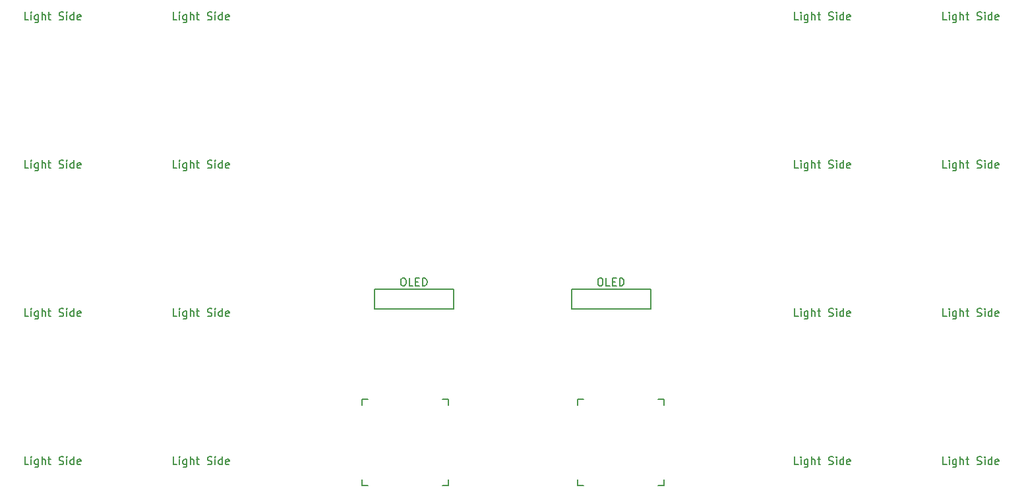
<source format=gbr>
G04 #@! TF.GenerationSoftware,KiCad,Pcbnew,(5.1.12)-1*
G04 #@! TF.CreationDate,2022-04-06T18:15:02+09:00*
G04 #@! TF.ProjectId,chervil8or,63686572-7669-46c3-986f-722e6b696361,rev?*
G04 #@! TF.SameCoordinates,Original*
G04 #@! TF.FileFunction,Legend,Top*
G04 #@! TF.FilePolarity,Positive*
%FSLAX46Y46*%
G04 Gerber Fmt 4.6, Leading zero omitted, Abs format (unit mm)*
G04 Created by KiCad (PCBNEW (5.1.12)-1) date 2022-04-06 18:15:02*
%MOMM*%
%LPD*%
G01*
G04 APERTURE LIST*
%ADD10C,0.150000*%
G04 APERTURE END LIST*
D10*
X77688200Y-42068750D02*
X78481950Y-42068750D01*
X78481950Y-42068750D02*
X78481950Y-42862500D01*
X77688200Y-53181250D02*
X78481950Y-53181250D01*
X78481950Y-53181250D02*
X78481950Y-52387500D01*
X68163200Y-42068750D02*
X67369450Y-42068750D01*
X67369450Y-42068750D02*
X67369450Y-42862500D01*
X67369450Y-52387500D02*
X67369450Y-53181250D01*
X67369450Y-53181250D02*
X68163200Y-53181250D01*
X40481300Y-53181250D02*
X39687550Y-53181250D01*
X39687550Y-53181250D02*
X39687550Y-52387500D01*
X40481300Y-42068750D02*
X39687550Y-42068750D01*
X39687550Y-42068750D02*
X39687550Y-42862500D01*
X50006300Y-53181250D02*
X50800050Y-53181250D01*
X50800050Y-53181250D02*
X50800050Y-52387500D01*
X50800050Y-42862500D02*
X50800050Y-42068750D01*
X50800050Y-42068750D02*
X50006300Y-42068750D01*
X66595600Y-30440300D02*
X66595600Y-27900300D01*
X76755600Y-27900300D02*
X76755600Y-30440300D01*
X66595600Y-27900300D02*
X76755600Y-27900300D01*
X66595600Y-30440300D02*
X76755600Y-30440300D01*
X41294800Y-30440300D02*
X41294800Y-27900300D01*
X51454800Y-27900300D02*
X51454800Y-30440300D01*
X41294800Y-27900300D02*
X51454800Y-27900300D01*
X41294800Y-30440300D02*
X51454800Y-30440300D01*
X70213219Y-26522680D02*
X70403695Y-26522680D01*
X70498933Y-26570300D01*
X70594171Y-26665538D01*
X70641790Y-26856014D01*
X70641790Y-27189347D01*
X70594171Y-27379823D01*
X70498933Y-27475061D01*
X70403695Y-27522680D01*
X70213219Y-27522680D01*
X70117980Y-27475061D01*
X70022742Y-27379823D01*
X69975123Y-27189347D01*
X69975123Y-26856014D01*
X70022742Y-26665538D01*
X70117980Y-26570300D01*
X70213219Y-26522680D01*
X71546552Y-27522680D02*
X71070361Y-27522680D01*
X71070361Y-26522680D01*
X71879885Y-26998871D02*
X72213219Y-26998871D01*
X72356076Y-27522680D02*
X71879885Y-27522680D01*
X71879885Y-26522680D01*
X72356076Y-26522680D01*
X72784647Y-27522680D02*
X72784647Y-26522680D01*
X73022742Y-26522680D01*
X73165600Y-26570300D01*
X73260838Y-26665538D01*
X73308457Y-26760776D01*
X73356076Y-26951252D01*
X73356076Y-27094109D01*
X73308457Y-27284585D01*
X73260838Y-27379823D01*
X73165600Y-27475061D01*
X73022742Y-27522680D01*
X72784647Y-27522680D01*
X44912419Y-26522680D02*
X45102895Y-26522680D01*
X45198133Y-26570300D01*
X45293371Y-26665538D01*
X45340990Y-26856014D01*
X45340990Y-27189347D01*
X45293371Y-27379823D01*
X45198133Y-27475061D01*
X45102895Y-27522680D01*
X44912419Y-27522680D01*
X44817180Y-27475061D01*
X44721942Y-27379823D01*
X44674323Y-27189347D01*
X44674323Y-26856014D01*
X44721942Y-26665538D01*
X44817180Y-26570300D01*
X44912419Y-26522680D01*
X46245752Y-27522680D02*
X45769561Y-27522680D01*
X45769561Y-26522680D01*
X46579085Y-26998871D02*
X46912419Y-26998871D01*
X47055276Y-27522680D02*
X46579085Y-27522680D01*
X46579085Y-26522680D01*
X47055276Y-26522680D01*
X47483847Y-27522680D02*
X47483847Y-26522680D01*
X47721942Y-26522680D01*
X47864800Y-26570300D01*
X47960038Y-26665538D01*
X48007657Y-26760776D01*
X48055276Y-26951252D01*
X48055276Y-27094109D01*
X48007657Y-27284585D01*
X47960038Y-27379823D01*
X47864800Y-27475061D01*
X47721942Y-27522680D01*
X47483847Y-27522680D01*
X95726661Y6660119D02*
X95250471Y6660119D01*
X95250471Y7660119D01*
X96059995Y6660119D02*
X96059995Y7326785D01*
X96059995Y7660119D02*
X96012376Y7612500D01*
X96059995Y7564880D01*
X96107614Y7612500D01*
X96059995Y7660119D01*
X96059995Y7564880D01*
X96964757Y7326785D02*
X96964757Y6517261D01*
X96917138Y6422023D01*
X96869519Y6374404D01*
X96774280Y6326785D01*
X96631423Y6326785D01*
X96536185Y6374404D01*
X96964757Y6707738D02*
X96869519Y6660119D01*
X96679042Y6660119D01*
X96583804Y6707738D01*
X96536185Y6755357D01*
X96488566Y6850595D01*
X96488566Y7136309D01*
X96536185Y7231547D01*
X96583804Y7279166D01*
X96679042Y7326785D01*
X96869519Y7326785D01*
X96964757Y7279166D01*
X97440947Y6660119D02*
X97440947Y7660119D01*
X97869519Y6660119D02*
X97869519Y7183928D01*
X97821900Y7279166D01*
X97726661Y7326785D01*
X97583804Y7326785D01*
X97488566Y7279166D01*
X97440947Y7231547D01*
X98202852Y7326785D02*
X98583804Y7326785D01*
X98345709Y7660119D02*
X98345709Y6802976D01*
X98393328Y6707738D01*
X98488566Y6660119D01*
X98583804Y6660119D01*
X99631423Y6707738D02*
X99774280Y6660119D01*
X100012376Y6660119D01*
X100107614Y6707738D01*
X100155233Y6755357D01*
X100202852Y6850595D01*
X100202852Y6945833D01*
X100155233Y7041071D01*
X100107614Y7088690D01*
X100012376Y7136309D01*
X99821900Y7183928D01*
X99726661Y7231547D01*
X99679042Y7279166D01*
X99631423Y7374404D01*
X99631423Y7469642D01*
X99679042Y7564880D01*
X99726661Y7612500D01*
X99821900Y7660119D01*
X100059995Y7660119D01*
X100202852Y7612500D01*
X100631423Y6660119D02*
X100631423Y7326785D01*
X100631423Y7660119D02*
X100583804Y7612500D01*
X100631423Y7564880D01*
X100679042Y7612500D01*
X100631423Y7660119D01*
X100631423Y7564880D01*
X101536185Y6660119D02*
X101536185Y7660119D01*
X101536185Y6707738D02*
X101440947Y6660119D01*
X101250471Y6660119D01*
X101155233Y6707738D01*
X101107614Y6755357D01*
X101059995Y6850595D01*
X101059995Y7136309D01*
X101107614Y7231547D01*
X101155233Y7279166D01*
X101250471Y7326785D01*
X101440947Y7326785D01*
X101536185Y7279166D01*
X102393328Y6707738D02*
X102298090Y6660119D01*
X102107614Y6660119D01*
X102012376Y6707738D01*
X101964757Y6802976D01*
X101964757Y7183928D01*
X102012376Y7279166D01*
X102107614Y7326785D01*
X102298090Y7326785D01*
X102393328Y7279166D01*
X102440947Y7183928D01*
X102440947Y7088690D01*
X101964757Y6993452D01*
X95726661Y-12389880D02*
X95250471Y-12389880D01*
X95250471Y-11389880D01*
X96059995Y-12389880D02*
X96059995Y-11723214D01*
X96059995Y-11389880D02*
X96012376Y-11437500D01*
X96059995Y-11485119D01*
X96107614Y-11437500D01*
X96059995Y-11389880D01*
X96059995Y-11485119D01*
X96964757Y-11723214D02*
X96964757Y-12532738D01*
X96917138Y-12627976D01*
X96869519Y-12675595D01*
X96774280Y-12723214D01*
X96631423Y-12723214D01*
X96536185Y-12675595D01*
X96964757Y-12342261D02*
X96869519Y-12389880D01*
X96679042Y-12389880D01*
X96583804Y-12342261D01*
X96536185Y-12294642D01*
X96488566Y-12199404D01*
X96488566Y-11913690D01*
X96536185Y-11818452D01*
X96583804Y-11770833D01*
X96679042Y-11723214D01*
X96869519Y-11723214D01*
X96964757Y-11770833D01*
X97440947Y-12389880D02*
X97440947Y-11389880D01*
X97869519Y-12389880D02*
X97869519Y-11866071D01*
X97821900Y-11770833D01*
X97726661Y-11723214D01*
X97583804Y-11723214D01*
X97488566Y-11770833D01*
X97440947Y-11818452D01*
X98202852Y-11723214D02*
X98583804Y-11723214D01*
X98345709Y-11389880D02*
X98345709Y-12247023D01*
X98393328Y-12342261D01*
X98488566Y-12389880D01*
X98583804Y-12389880D01*
X99631423Y-12342261D02*
X99774280Y-12389880D01*
X100012376Y-12389880D01*
X100107614Y-12342261D01*
X100155233Y-12294642D01*
X100202852Y-12199404D01*
X100202852Y-12104166D01*
X100155233Y-12008928D01*
X100107614Y-11961309D01*
X100012376Y-11913690D01*
X99821900Y-11866071D01*
X99726661Y-11818452D01*
X99679042Y-11770833D01*
X99631423Y-11675595D01*
X99631423Y-11580357D01*
X99679042Y-11485119D01*
X99726661Y-11437500D01*
X99821900Y-11389880D01*
X100059995Y-11389880D01*
X100202852Y-11437500D01*
X100631423Y-12389880D02*
X100631423Y-11723214D01*
X100631423Y-11389880D02*
X100583804Y-11437500D01*
X100631423Y-11485119D01*
X100679042Y-11437500D01*
X100631423Y-11389880D01*
X100631423Y-11485119D01*
X101536185Y-12389880D02*
X101536185Y-11389880D01*
X101536185Y-12342261D02*
X101440947Y-12389880D01*
X101250471Y-12389880D01*
X101155233Y-12342261D01*
X101107614Y-12294642D01*
X101059995Y-12199404D01*
X101059995Y-11913690D01*
X101107614Y-11818452D01*
X101155233Y-11770833D01*
X101250471Y-11723214D01*
X101440947Y-11723214D01*
X101536185Y-11770833D01*
X102393328Y-12342261D02*
X102298090Y-12389880D01*
X102107614Y-12389880D01*
X102012376Y-12342261D01*
X101964757Y-12247023D01*
X101964757Y-11866071D01*
X102012376Y-11770833D01*
X102107614Y-11723214D01*
X102298090Y-11723214D01*
X102393328Y-11770833D01*
X102440947Y-11866071D01*
X102440947Y-11961309D01*
X101964757Y-12056547D01*
X95726661Y-31439880D02*
X95250471Y-31439880D01*
X95250471Y-30439880D01*
X96059995Y-31439880D02*
X96059995Y-30773214D01*
X96059995Y-30439880D02*
X96012376Y-30487500D01*
X96059995Y-30535119D01*
X96107614Y-30487500D01*
X96059995Y-30439880D01*
X96059995Y-30535119D01*
X96964757Y-30773214D02*
X96964757Y-31582738D01*
X96917138Y-31677976D01*
X96869519Y-31725595D01*
X96774280Y-31773214D01*
X96631423Y-31773214D01*
X96536185Y-31725595D01*
X96964757Y-31392261D02*
X96869519Y-31439880D01*
X96679042Y-31439880D01*
X96583804Y-31392261D01*
X96536185Y-31344642D01*
X96488566Y-31249404D01*
X96488566Y-30963690D01*
X96536185Y-30868452D01*
X96583804Y-30820833D01*
X96679042Y-30773214D01*
X96869519Y-30773214D01*
X96964757Y-30820833D01*
X97440947Y-31439880D02*
X97440947Y-30439880D01*
X97869519Y-31439880D02*
X97869519Y-30916071D01*
X97821900Y-30820833D01*
X97726661Y-30773214D01*
X97583804Y-30773214D01*
X97488566Y-30820833D01*
X97440947Y-30868452D01*
X98202852Y-30773214D02*
X98583804Y-30773214D01*
X98345709Y-30439880D02*
X98345709Y-31297023D01*
X98393328Y-31392261D01*
X98488566Y-31439880D01*
X98583804Y-31439880D01*
X99631423Y-31392261D02*
X99774280Y-31439880D01*
X100012376Y-31439880D01*
X100107614Y-31392261D01*
X100155233Y-31344642D01*
X100202852Y-31249404D01*
X100202852Y-31154166D01*
X100155233Y-31058928D01*
X100107614Y-31011309D01*
X100012376Y-30963690D01*
X99821900Y-30916071D01*
X99726661Y-30868452D01*
X99679042Y-30820833D01*
X99631423Y-30725595D01*
X99631423Y-30630357D01*
X99679042Y-30535119D01*
X99726661Y-30487500D01*
X99821900Y-30439880D01*
X100059995Y-30439880D01*
X100202852Y-30487500D01*
X100631423Y-31439880D02*
X100631423Y-30773214D01*
X100631423Y-30439880D02*
X100583804Y-30487500D01*
X100631423Y-30535119D01*
X100679042Y-30487500D01*
X100631423Y-30439880D01*
X100631423Y-30535119D01*
X101536185Y-31439880D02*
X101536185Y-30439880D01*
X101536185Y-31392261D02*
X101440947Y-31439880D01*
X101250471Y-31439880D01*
X101155233Y-31392261D01*
X101107614Y-31344642D01*
X101059995Y-31249404D01*
X101059995Y-30963690D01*
X101107614Y-30868452D01*
X101155233Y-30820833D01*
X101250471Y-30773214D01*
X101440947Y-30773214D01*
X101536185Y-30820833D01*
X102393328Y-31392261D02*
X102298090Y-31439880D01*
X102107614Y-31439880D01*
X102012376Y-31392261D01*
X101964757Y-31297023D01*
X101964757Y-30916071D01*
X102012376Y-30820833D01*
X102107614Y-30773214D01*
X102298090Y-30773214D01*
X102393328Y-30820833D01*
X102440947Y-30916071D01*
X102440947Y-31011309D01*
X101964757Y-31106547D01*
X95726661Y-50489880D02*
X95250471Y-50489880D01*
X95250471Y-49489880D01*
X96059995Y-50489880D02*
X96059995Y-49823214D01*
X96059995Y-49489880D02*
X96012376Y-49537500D01*
X96059995Y-49585119D01*
X96107614Y-49537500D01*
X96059995Y-49489880D01*
X96059995Y-49585119D01*
X96964757Y-49823214D02*
X96964757Y-50632738D01*
X96917138Y-50727976D01*
X96869519Y-50775595D01*
X96774280Y-50823214D01*
X96631423Y-50823214D01*
X96536185Y-50775595D01*
X96964757Y-50442261D02*
X96869519Y-50489880D01*
X96679042Y-50489880D01*
X96583804Y-50442261D01*
X96536185Y-50394642D01*
X96488566Y-50299404D01*
X96488566Y-50013690D01*
X96536185Y-49918452D01*
X96583804Y-49870833D01*
X96679042Y-49823214D01*
X96869519Y-49823214D01*
X96964757Y-49870833D01*
X97440947Y-50489880D02*
X97440947Y-49489880D01*
X97869519Y-50489880D02*
X97869519Y-49966071D01*
X97821900Y-49870833D01*
X97726661Y-49823214D01*
X97583804Y-49823214D01*
X97488566Y-49870833D01*
X97440947Y-49918452D01*
X98202852Y-49823214D02*
X98583804Y-49823214D01*
X98345709Y-49489880D02*
X98345709Y-50347023D01*
X98393328Y-50442261D01*
X98488566Y-50489880D01*
X98583804Y-50489880D01*
X99631423Y-50442261D02*
X99774280Y-50489880D01*
X100012376Y-50489880D01*
X100107614Y-50442261D01*
X100155233Y-50394642D01*
X100202852Y-50299404D01*
X100202852Y-50204166D01*
X100155233Y-50108928D01*
X100107614Y-50061309D01*
X100012376Y-50013690D01*
X99821900Y-49966071D01*
X99726661Y-49918452D01*
X99679042Y-49870833D01*
X99631423Y-49775595D01*
X99631423Y-49680357D01*
X99679042Y-49585119D01*
X99726661Y-49537500D01*
X99821900Y-49489880D01*
X100059995Y-49489880D01*
X100202852Y-49537500D01*
X100631423Y-50489880D02*
X100631423Y-49823214D01*
X100631423Y-49489880D02*
X100583804Y-49537500D01*
X100631423Y-49585119D01*
X100679042Y-49537500D01*
X100631423Y-49489880D01*
X100631423Y-49585119D01*
X101536185Y-50489880D02*
X101536185Y-49489880D01*
X101536185Y-50442261D02*
X101440947Y-50489880D01*
X101250471Y-50489880D01*
X101155233Y-50442261D01*
X101107614Y-50394642D01*
X101059995Y-50299404D01*
X101059995Y-50013690D01*
X101107614Y-49918452D01*
X101155233Y-49870833D01*
X101250471Y-49823214D01*
X101440947Y-49823214D01*
X101536185Y-49870833D01*
X102393328Y-50442261D02*
X102298090Y-50489880D01*
X102107614Y-50489880D01*
X102012376Y-50442261D01*
X101964757Y-50347023D01*
X101964757Y-49966071D01*
X102012376Y-49870833D01*
X102107614Y-49823214D01*
X102298090Y-49823214D01*
X102393328Y-49870833D01*
X102440947Y-49966071D01*
X102440947Y-50061309D01*
X101964757Y-50156547D01*
X114776761Y-50489880D02*
X114300571Y-50489880D01*
X114300571Y-49489880D01*
X115110095Y-50489880D02*
X115110095Y-49823214D01*
X115110095Y-49489880D02*
X115062476Y-49537500D01*
X115110095Y-49585119D01*
X115157714Y-49537500D01*
X115110095Y-49489880D01*
X115110095Y-49585119D01*
X116014857Y-49823214D02*
X116014857Y-50632738D01*
X115967238Y-50727976D01*
X115919619Y-50775595D01*
X115824380Y-50823214D01*
X115681523Y-50823214D01*
X115586285Y-50775595D01*
X116014857Y-50442261D02*
X115919619Y-50489880D01*
X115729142Y-50489880D01*
X115633904Y-50442261D01*
X115586285Y-50394642D01*
X115538666Y-50299404D01*
X115538666Y-50013690D01*
X115586285Y-49918452D01*
X115633904Y-49870833D01*
X115729142Y-49823214D01*
X115919619Y-49823214D01*
X116014857Y-49870833D01*
X116491047Y-50489880D02*
X116491047Y-49489880D01*
X116919619Y-50489880D02*
X116919619Y-49966071D01*
X116872000Y-49870833D01*
X116776761Y-49823214D01*
X116633904Y-49823214D01*
X116538666Y-49870833D01*
X116491047Y-49918452D01*
X117252952Y-49823214D02*
X117633904Y-49823214D01*
X117395809Y-49489880D02*
X117395809Y-50347023D01*
X117443428Y-50442261D01*
X117538666Y-50489880D01*
X117633904Y-50489880D01*
X118681523Y-50442261D02*
X118824380Y-50489880D01*
X119062476Y-50489880D01*
X119157714Y-50442261D01*
X119205333Y-50394642D01*
X119252952Y-50299404D01*
X119252952Y-50204166D01*
X119205333Y-50108928D01*
X119157714Y-50061309D01*
X119062476Y-50013690D01*
X118872000Y-49966071D01*
X118776761Y-49918452D01*
X118729142Y-49870833D01*
X118681523Y-49775595D01*
X118681523Y-49680357D01*
X118729142Y-49585119D01*
X118776761Y-49537500D01*
X118872000Y-49489880D01*
X119110095Y-49489880D01*
X119252952Y-49537500D01*
X119681523Y-50489880D02*
X119681523Y-49823214D01*
X119681523Y-49489880D02*
X119633904Y-49537500D01*
X119681523Y-49585119D01*
X119729142Y-49537500D01*
X119681523Y-49489880D01*
X119681523Y-49585119D01*
X120586285Y-50489880D02*
X120586285Y-49489880D01*
X120586285Y-50442261D02*
X120491047Y-50489880D01*
X120300571Y-50489880D01*
X120205333Y-50442261D01*
X120157714Y-50394642D01*
X120110095Y-50299404D01*
X120110095Y-50013690D01*
X120157714Y-49918452D01*
X120205333Y-49870833D01*
X120300571Y-49823214D01*
X120491047Y-49823214D01*
X120586285Y-49870833D01*
X121443428Y-50442261D02*
X121348190Y-50489880D01*
X121157714Y-50489880D01*
X121062476Y-50442261D01*
X121014857Y-50347023D01*
X121014857Y-49966071D01*
X121062476Y-49870833D01*
X121157714Y-49823214D01*
X121348190Y-49823214D01*
X121443428Y-49870833D01*
X121491047Y-49966071D01*
X121491047Y-50061309D01*
X121014857Y-50156547D01*
X114776761Y-31439880D02*
X114300571Y-31439880D01*
X114300571Y-30439880D01*
X115110095Y-31439880D02*
X115110095Y-30773214D01*
X115110095Y-30439880D02*
X115062476Y-30487500D01*
X115110095Y-30535119D01*
X115157714Y-30487500D01*
X115110095Y-30439880D01*
X115110095Y-30535119D01*
X116014857Y-30773214D02*
X116014857Y-31582738D01*
X115967238Y-31677976D01*
X115919619Y-31725595D01*
X115824380Y-31773214D01*
X115681523Y-31773214D01*
X115586285Y-31725595D01*
X116014857Y-31392261D02*
X115919619Y-31439880D01*
X115729142Y-31439880D01*
X115633904Y-31392261D01*
X115586285Y-31344642D01*
X115538666Y-31249404D01*
X115538666Y-30963690D01*
X115586285Y-30868452D01*
X115633904Y-30820833D01*
X115729142Y-30773214D01*
X115919619Y-30773214D01*
X116014857Y-30820833D01*
X116491047Y-31439880D02*
X116491047Y-30439880D01*
X116919619Y-31439880D02*
X116919619Y-30916071D01*
X116872000Y-30820833D01*
X116776761Y-30773214D01*
X116633904Y-30773214D01*
X116538666Y-30820833D01*
X116491047Y-30868452D01*
X117252952Y-30773214D02*
X117633904Y-30773214D01*
X117395809Y-30439880D02*
X117395809Y-31297023D01*
X117443428Y-31392261D01*
X117538666Y-31439880D01*
X117633904Y-31439880D01*
X118681523Y-31392261D02*
X118824380Y-31439880D01*
X119062476Y-31439880D01*
X119157714Y-31392261D01*
X119205333Y-31344642D01*
X119252952Y-31249404D01*
X119252952Y-31154166D01*
X119205333Y-31058928D01*
X119157714Y-31011309D01*
X119062476Y-30963690D01*
X118872000Y-30916071D01*
X118776761Y-30868452D01*
X118729142Y-30820833D01*
X118681523Y-30725595D01*
X118681523Y-30630357D01*
X118729142Y-30535119D01*
X118776761Y-30487500D01*
X118872000Y-30439880D01*
X119110095Y-30439880D01*
X119252952Y-30487500D01*
X119681523Y-31439880D02*
X119681523Y-30773214D01*
X119681523Y-30439880D02*
X119633904Y-30487500D01*
X119681523Y-30535119D01*
X119729142Y-30487500D01*
X119681523Y-30439880D01*
X119681523Y-30535119D01*
X120586285Y-31439880D02*
X120586285Y-30439880D01*
X120586285Y-31392261D02*
X120491047Y-31439880D01*
X120300571Y-31439880D01*
X120205333Y-31392261D01*
X120157714Y-31344642D01*
X120110095Y-31249404D01*
X120110095Y-30963690D01*
X120157714Y-30868452D01*
X120205333Y-30820833D01*
X120300571Y-30773214D01*
X120491047Y-30773214D01*
X120586285Y-30820833D01*
X121443428Y-31392261D02*
X121348190Y-31439880D01*
X121157714Y-31439880D01*
X121062476Y-31392261D01*
X121014857Y-31297023D01*
X121014857Y-30916071D01*
X121062476Y-30820833D01*
X121157714Y-30773214D01*
X121348190Y-30773214D01*
X121443428Y-30820833D01*
X121491047Y-30916071D01*
X121491047Y-31011309D01*
X121014857Y-31106547D01*
X114776761Y-12389880D02*
X114300571Y-12389880D01*
X114300571Y-11389880D01*
X115110095Y-12389880D02*
X115110095Y-11723214D01*
X115110095Y-11389880D02*
X115062476Y-11437500D01*
X115110095Y-11485119D01*
X115157714Y-11437500D01*
X115110095Y-11389880D01*
X115110095Y-11485119D01*
X116014857Y-11723214D02*
X116014857Y-12532738D01*
X115967238Y-12627976D01*
X115919619Y-12675595D01*
X115824380Y-12723214D01*
X115681523Y-12723214D01*
X115586285Y-12675595D01*
X116014857Y-12342261D02*
X115919619Y-12389880D01*
X115729142Y-12389880D01*
X115633904Y-12342261D01*
X115586285Y-12294642D01*
X115538666Y-12199404D01*
X115538666Y-11913690D01*
X115586285Y-11818452D01*
X115633904Y-11770833D01*
X115729142Y-11723214D01*
X115919619Y-11723214D01*
X116014857Y-11770833D01*
X116491047Y-12389880D02*
X116491047Y-11389880D01*
X116919619Y-12389880D02*
X116919619Y-11866071D01*
X116872000Y-11770833D01*
X116776761Y-11723214D01*
X116633904Y-11723214D01*
X116538666Y-11770833D01*
X116491047Y-11818452D01*
X117252952Y-11723214D02*
X117633904Y-11723214D01*
X117395809Y-11389880D02*
X117395809Y-12247023D01*
X117443428Y-12342261D01*
X117538666Y-12389880D01*
X117633904Y-12389880D01*
X118681523Y-12342261D02*
X118824380Y-12389880D01*
X119062476Y-12389880D01*
X119157714Y-12342261D01*
X119205333Y-12294642D01*
X119252952Y-12199404D01*
X119252952Y-12104166D01*
X119205333Y-12008928D01*
X119157714Y-11961309D01*
X119062476Y-11913690D01*
X118872000Y-11866071D01*
X118776761Y-11818452D01*
X118729142Y-11770833D01*
X118681523Y-11675595D01*
X118681523Y-11580357D01*
X118729142Y-11485119D01*
X118776761Y-11437500D01*
X118872000Y-11389880D01*
X119110095Y-11389880D01*
X119252952Y-11437500D01*
X119681523Y-12389880D02*
X119681523Y-11723214D01*
X119681523Y-11389880D02*
X119633904Y-11437500D01*
X119681523Y-11485119D01*
X119729142Y-11437500D01*
X119681523Y-11389880D01*
X119681523Y-11485119D01*
X120586285Y-12389880D02*
X120586285Y-11389880D01*
X120586285Y-12342261D02*
X120491047Y-12389880D01*
X120300571Y-12389880D01*
X120205333Y-12342261D01*
X120157714Y-12294642D01*
X120110095Y-12199404D01*
X120110095Y-11913690D01*
X120157714Y-11818452D01*
X120205333Y-11770833D01*
X120300571Y-11723214D01*
X120491047Y-11723214D01*
X120586285Y-11770833D01*
X121443428Y-12342261D02*
X121348190Y-12389880D01*
X121157714Y-12389880D01*
X121062476Y-12342261D01*
X121014857Y-12247023D01*
X121014857Y-11866071D01*
X121062476Y-11770833D01*
X121157714Y-11723214D01*
X121348190Y-11723214D01*
X121443428Y-11770833D01*
X121491047Y-11866071D01*
X121491047Y-11961309D01*
X121014857Y-12056547D01*
X114776761Y6660119D02*
X114300571Y6660119D01*
X114300571Y7660119D01*
X115110095Y6660119D02*
X115110095Y7326785D01*
X115110095Y7660119D02*
X115062476Y7612500D01*
X115110095Y7564880D01*
X115157714Y7612500D01*
X115110095Y7660119D01*
X115110095Y7564880D01*
X116014857Y7326785D02*
X116014857Y6517261D01*
X115967238Y6422023D01*
X115919619Y6374404D01*
X115824380Y6326785D01*
X115681523Y6326785D01*
X115586285Y6374404D01*
X116014857Y6707738D02*
X115919619Y6660119D01*
X115729142Y6660119D01*
X115633904Y6707738D01*
X115586285Y6755357D01*
X115538666Y6850595D01*
X115538666Y7136309D01*
X115586285Y7231547D01*
X115633904Y7279166D01*
X115729142Y7326785D01*
X115919619Y7326785D01*
X116014857Y7279166D01*
X116491047Y6660119D02*
X116491047Y7660119D01*
X116919619Y6660119D02*
X116919619Y7183928D01*
X116872000Y7279166D01*
X116776761Y7326785D01*
X116633904Y7326785D01*
X116538666Y7279166D01*
X116491047Y7231547D01*
X117252952Y7326785D02*
X117633904Y7326785D01*
X117395809Y7660119D02*
X117395809Y6802976D01*
X117443428Y6707738D01*
X117538666Y6660119D01*
X117633904Y6660119D01*
X118681523Y6707738D02*
X118824380Y6660119D01*
X119062476Y6660119D01*
X119157714Y6707738D01*
X119205333Y6755357D01*
X119252952Y6850595D01*
X119252952Y6945833D01*
X119205333Y7041071D01*
X119157714Y7088690D01*
X119062476Y7136309D01*
X118872000Y7183928D01*
X118776761Y7231547D01*
X118729142Y7279166D01*
X118681523Y7374404D01*
X118681523Y7469642D01*
X118729142Y7564880D01*
X118776761Y7612500D01*
X118872000Y7660119D01*
X119110095Y7660119D01*
X119252952Y7612500D01*
X119681523Y6660119D02*
X119681523Y7326785D01*
X119681523Y7660119D02*
X119633904Y7612500D01*
X119681523Y7564880D01*
X119729142Y7612500D01*
X119681523Y7660119D01*
X119681523Y7564880D01*
X120586285Y6660119D02*
X120586285Y7660119D01*
X120586285Y6707738D02*
X120491047Y6660119D01*
X120300571Y6660119D01*
X120205333Y6707738D01*
X120157714Y6755357D01*
X120110095Y6850595D01*
X120110095Y7136309D01*
X120157714Y7231547D01*
X120205333Y7279166D01*
X120300571Y7326785D01*
X120491047Y7326785D01*
X120586285Y7279166D01*
X121443428Y6707738D02*
X121348190Y6660119D01*
X121157714Y6660119D01*
X121062476Y6707738D01*
X121014857Y6802976D01*
X121014857Y7183928D01*
X121062476Y7279166D01*
X121157714Y7326785D01*
X121348190Y7326785D01*
X121443428Y7279166D01*
X121491047Y7183928D01*
X121491047Y7088690D01*
X121014857Y6993452D01*
X-3095238Y6660119D02*
X-3571428Y6660119D01*
X-3571428Y7660119D01*
X-2761904Y6660119D02*
X-2761904Y7326785D01*
X-2761904Y7660119D02*
X-2809523Y7612500D01*
X-2761904Y7564880D01*
X-2714285Y7612500D01*
X-2761904Y7660119D01*
X-2761904Y7564880D01*
X-1857142Y7326785D02*
X-1857142Y6517261D01*
X-1904761Y6422023D01*
X-1952380Y6374404D01*
X-2047619Y6326785D01*
X-2190476Y6326785D01*
X-2285714Y6374404D01*
X-1857142Y6707738D02*
X-1952380Y6660119D01*
X-2142857Y6660119D01*
X-2238095Y6707738D01*
X-2285714Y6755357D01*
X-2333333Y6850595D01*
X-2333333Y7136309D01*
X-2285714Y7231547D01*
X-2238095Y7279166D01*
X-2142857Y7326785D01*
X-1952380Y7326785D01*
X-1857142Y7279166D01*
X-1380952Y6660119D02*
X-1380952Y7660119D01*
X-952380Y6660119D02*
X-952380Y7183928D01*
X-999999Y7279166D01*
X-1095238Y7326785D01*
X-1238095Y7326785D01*
X-1333333Y7279166D01*
X-1380952Y7231547D01*
X-619047Y7326785D02*
X-238095Y7326785D01*
X-476190Y7660119D02*
X-476190Y6802976D01*
X-428571Y6707738D01*
X-333333Y6660119D01*
X-238095Y6660119D01*
X809523Y6707738D02*
X952380Y6660119D01*
X1190476Y6660119D01*
X1285714Y6707738D01*
X1333333Y6755357D01*
X1380952Y6850595D01*
X1380952Y6945833D01*
X1333333Y7041071D01*
X1285714Y7088690D01*
X1190476Y7136309D01*
X1000000Y7183928D01*
X904761Y7231547D01*
X857142Y7279166D01*
X809523Y7374404D01*
X809523Y7469642D01*
X857142Y7564880D01*
X904761Y7612500D01*
X1000000Y7660119D01*
X1238095Y7660119D01*
X1380952Y7612500D01*
X1809523Y6660119D02*
X1809523Y7326785D01*
X1809523Y7660119D02*
X1761904Y7612500D01*
X1809523Y7564880D01*
X1857142Y7612500D01*
X1809523Y7660119D01*
X1809523Y7564880D01*
X2714285Y6660119D02*
X2714285Y7660119D01*
X2714285Y6707738D02*
X2619047Y6660119D01*
X2428571Y6660119D01*
X2333333Y6707738D01*
X2285714Y6755357D01*
X2238095Y6850595D01*
X2238095Y7136309D01*
X2285714Y7231547D01*
X2333333Y7279166D01*
X2428571Y7326785D01*
X2619047Y7326785D01*
X2714285Y7279166D01*
X3571428Y6707738D02*
X3476190Y6660119D01*
X3285714Y6660119D01*
X3190476Y6707738D01*
X3142857Y6802976D01*
X3142857Y7183928D01*
X3190476Y7279166D01*
X3285714Y7326785D01*
X3476190Y7326785D01*
X3571428Y7279166D01*
X3619047Y7183928D01*
X3619047Y7088690D01*
X3142857Y6993452D01*
X-3095238Y-12389880D02*
X-3571428Y-12389880D01*
X-3571428Y-11389880D01*
X-2761904Y-12389880D02*
X-2761904Y-11723214D01*
X-2761904Y-11389880D02*
X-2809523Y-11437500D01*
X-2761904Y-11485119D01*
X-2714285Y-11437500D01*
X-2761904Y-11389880D01*
X-2761904Y-11485119D01*
X-1857142Y-11723214D02*
X-1857142Y-12532738D01*
X-1904761Y-12627976D01*
X-1952380Y-12675595D01*
X-2047619Y-12723214D01*
X-2190476Y-12723214D01*
X-2285714Y-12675595D01*
X-1857142Y-12342261D02*
X-1952380Y-12389880D01*
X-2142857Y-12389880D01*
X-2238095Y-12342261D01*
X-2285714Y-12294642D01*
X-2333333Y-12199404D01*
X-2333333Y-11913690D01*
X-2285714Y-11818452D01*
X-2238095Y-11770833D01*
X-2142857Y-11723214D01*
X-1952380Y-11723214D01*
X-1857142Y-11770833D01*
X-1380952Y-12389880D02*
X-1380952Y-11389880D01*
X-952380Y-12389880D02*
X-952380Y-11866071D01*
X-999999Y-11770833D01*
X-1095238Y-11723214D01*
X-1238095Y-11723214D01*
X-1333333Y-11770833D01*
X-1380952Y-11818452D01*
X-619047Y-11723214D02*
X-238095Y-11723214D01*
X-476190Y-11389880D02*
X-476190Y-12247023D01*
X-428571Y-12342261D01*
X-333333Y-12389880D01*
X-238095Y-12389880D01*
X809523Y-12342261D02*
X952380Y-12389880D01*
X1190476Y-12389880D01*
X1285714Y-12342261D01*
X1333333Y-12294642D01*
X1380952Y-12199404D01*
X1380952Y-12104166D01*
X1333333Y-12008928D01*
X1285714Y-11961309D01*
X1190476Y-11913690D01*
X1000000Y-11866071D01*
X904761Y-11818452D01*
X857142Y-11770833D01*
X809523Y-11675595D01*
X809523Y-11580357D01*
X857142Y-11485119D01*
X904761Y-11437500D01*
X1000000Y-11389880D01*
X1238095Y-11389880D01*
X1380952Y-11437500D01*
X1809523Y-12389880D02*
X1809523Y-11723214D01*
X1809523Y-11389880D02*
X1761904Y-11437500D01*
X1809523Y-11485119D01*
X1857142Y-11437500D01*
X1809523Y-11389880D01*
X1809523Y-11485119D01*
X2714285Y-12389880D02*
X2714285Y-11389880D01*
X2714285Y-12342261D02*
X2619047Y-12389880D01*
X2428571Y-12389880D01*
X2333333Y-12342261D01*
X2285714Y-12294642D01*
X2238095Y-12199404D01*
X2238095Y-11913690D01*
X2285714Y-11818452D01*
X2333333Y-11770833D01*
X2428571Y-11723214D01*
X2619047Y-11723214D01*
X2714285Y-11770833D01*
X3571428Y-12342261D02*
X3476190Y-12389880D01*
X3285714Y-12389880D01*
X3190476Y-12342261D01*
X3142857Y-12247023D01*
X3142857Y-11866071D01*
X3190476Y-11770833D01*
X3285714Y-11723214D01*
X3476190Y-11723214D01*
X3571428Y-11770833D01*
X3619047Y-11866071D01*
X3619047Y-11961309D01*
X3142857Y-12056547D01*
X-3095238Y-31439880D02*
X-3571428Y-31439880D01*
X-3571428Y-30439880D01*
X-2761904Y-31439880D02*
X-2761904Y-30773214D01*
X-2761904Y-30439880D02*
X-2809523Y-30487500D01*
X-2761904Y-30535119D01*
X-2714285Y-30487500D01*
X-2761904Y-30439880D01*
X-2761904Y-30535119D01*
X-1857142Y-30773214D02*
X-1857142Y-31582738D01*
X-1904761Y-31677976D01*
X-1952380Y-31725595D01*
X-2047619Y-31773214D01*
X-2190476Y-31773214D01*
X-2285714Y-31725595D01*
X-1857142Y-31392261D02*
X-1952380Y-31439880D01*
X-2142857Y-31439880D01*
X-2238095Y-31392261D01*
X-2285714Y-31344642D01*
X-2333333Y-31249404D01*
X-2333333Y-30963690D01*
X-2285714Y-30868452D01*
X-2238095Y-30820833D01*
X-2142857Y-30773214D01*
X-1952380Y-30773214D01*
X-1857142Y-30820833D01*
X-1380952Y-31439880D02*
X-1380952Y-30439880D01*
X-952380Y-31439880D02*
X-952380Y-30916071D01*
X-999999Y-30820833D01*
X-1095238Y-30773214D01*
X-1238095Y-30773214D01*
X-1333333Y-30820833D01*
X-1380952Y-30868452D01*
X-619047Y-30773214D02*
X-238095Y-30773214D01*
X-476190Y-30439880D02*
X-476190Y-31297023D01*
X-428571Y-31392261D01*
X-333333Y-31439880D01*
X-238095Y-31439880D01*
X809523Y-31392261D02*
X952380Y-31439880D01*
X1190476Y-31439880D01*
X1285714Y-31392261D01*
X1333333Y-31344642D01*
X1380952Y-31249404D01*
X1380952Y-31154166D01*
X1333333Y-31058928D01*
X1285714Y-31011309D01*
X1190476Y-30963690D01*
X1000000Y-30916071D01*
X904761Y-30868452D01*
X857142Y-30820833D01*
X809523Y-30725595D01*
X809523Y-30630357D01*
X857142Y-30535119D01*
X904761Y-30487500D01*
X1000000Y-30439880D01*
X1238095Y-30439880D01*
X1380952Y-30487500D01*
X1809523Y-31439880D02*
X1809523Y-30773214D01*
X1809523Y-30439880D02*
X1761904Y-30487500D01*
X1809523Y-30535119D01*
X1857142Y-30487500D01*
X1809523Y-30439880D01*
X1809523Y-30535119D01*
X2714285Y-31439880D02*
X2714285Y-30439880D01*
X2714285Y-31392261D02*
X2619047Y-31439880D01*
X2428571Y-31439880D01*
X2333333Y-31392261D01*
X2285714Y-31344642D01*
X2238095Y-31249404D01*
X2238095Y-30963690D01*
X2285714Y-30868452D01*
X2333333Y-30820833D01*
X2428571Y-30773214D01*
X2619047Y-30773214D01*
X2714285Y-30820833D01*
X3571428Y-31392261D02*
X3476190Y-31439880D01*
X3285714Y-31439880D01*
X3190476Y-31392261D01*
X3142857Y-31297023D01*
X3142857Y-30916071D01*
X3190476Y-30820833D01*
X3285714Y-30773214D01*
X3476190Y-30773214D01*
X3571428Y-30820833D01*
X3619047Y-30916071D01*
X3619047Y-31011309D01*
X3142857Y-31106547D01*
X-3095238Y-50489880D02*
X-3571428Y-50489880D01*
X-3571428Y-49489880D01*
X-2761904Y-50489880D02*
X-2761904Y-49823214D01*
X-2761904Y-49489880D02*
X-2809523Y-49537500D01*
X-2761904Y-49585119D01*
X-2714285Y-49537500D01*
X-2761904Y-49489880D01*
X-2761904Y-49585119D01*
X-1857142Y-49823214D02*
X-1857142Y-50632738D01*
X-1904761Y-50727976D01*
X-1952380Y-50775595D01*
X-2047619Y-50823214D01*
X-2190476Y-50823214D01*
X-2285714Y-50775595D01*
X-1857142Y-50442261D02*
X-1952380Y-50489880D01*
X-2142857Y-50489880D01*
X-2238095Y-50442261D01*
X-2285714Y-50394642D01*
X-2333333Y-50299404D01*
X-2333333Y-50013690D01*
X-2285714Y-49918452D01*
X-2238095Y-49870833D01*
X-2142857Y-49823214D01*
X-1952380Y-49823214D01*
X-1857142Y-49870833D01*
X-1380952Y-50489880D02*
X-1380952Y-49489880D01*
X-952380Y-50489880D02*
X-952380Y-49966071D01*
X-999999Y-49870833D01*
X-1095238Y-49823214D01*
X-1238095Y-49823214D01*
X-1333333Y-49870833D01*
X-1380952Y-49918452D01*
X-619047Y-49823214D02*
X-238095Y-49823214D01*
X-476190Y-49489880D02*
X-476190Y-50347023D01*
X-428571Y-50442261D01*
X-333333Y-50489880D01*
X-238095Y-50489880D01*
X809523Y-50442261D02*
X952380Y-50489880D01*
X1190476Y-50489880D01*
X1285714Y-50442261D01*
X1333333Y-50394642D01*
X1380952Y-50299404D01*
X1380952Y-50204166D01*
X1333333Y-50108928D01*
X1285714Y-50061309D01*
X1190476Y-50013690D01*
X1000000Y-49966071D01*
X904761Y-49918452D01*
X857142Y-49870833D01*
X809523Y-49775595D01*
X809523Y-49680357D01*
X857142Y-49585119D01*
X904761Y-49537500D01*
X1000000Y-49489880D01*
X1238095Y-49489880D01*
X1380952Y-49537500D01*
X1809523Y-50489880D02*
X1809523Y-49823214D01*
X1809523Y-49489880D02*
X1761904Y-49537500D01*
X1809523Y-49585119D01*
X1857142Y-49537500D01*
X1809523Y-49489880D01*
X1809523Y-49585119D01*
X2714285Y-50489880D02*
X2714285Y-49489880D01*
X2714285Y-50442261D02*
X2619047Y-50489880D01*
X2428571Y-50489880D01*
X2333333Y-50442261D01*
X2285714Y-50394642D01*
X2238095Y-50299404D01*
X2238095Y-50013690D01*
X2285714Y-49918452D01*
X2333333Y-49870833D01*
X2428571Y-49823214D01*
X2619047Y-49823214D01*
X2714285Y-49870833D01*
X3571428Y-50442261D02*
X3476190Y-50489880D01*
X3285714Y-50489880D01*
X3190476Y-50442261D01*
X3142857Y-50347023D01*
X3142857Y-49966071D01*
X3190476Y-49870833D01*
X3285714Y-49823214D01*
X3476190Y-49823214D01*
X3571428Y-49870833D01*
X3619047Y-49966071D01*
X3619047Y-50061309D01*
X3142857Y-50156547D01*
X15954761Y-50489880D02*
X15478571Y-50489880D01*
X15478571Y-49489880D01*
X16288095Y-50489880D02*
X16288095Y-49823214D01*
X16288095Y-49489880D02*
X16240476Y-49537500D01*
X16288095Y-49585119D01*
X16335714Y-49537500D01*
X16288095Y-49489880D01*
X16288095Y-49585119D01*
X17192857Y-49823214D02*
X17192857Y-50632738D01*
X17145238Y-50727976D01*
X17097619Y-50775595D01*
X17002380Y-50823214D01*
X16859523Y-50823214D01*
X16764285Y-50775595D01*
X17192857Y-50442261D02*
X17097619Y-50489880D01*
X16907142Y-50489880D01*
X16811904Y-50442261D01*
X16764285Y-50394642D01*
X16716666Y-50299404D01*
X16716666Y-50013690D01*
X16764285Y-49918452D01*
X16811904Y-49870833D01*
X16907142Y-49823214D01*
X17097619Y-49823214D01*
X17192857Y-49870833D01*
X17669047Y-50489880D02*
X17669047Y-49489880D01*
X18097619Y-50489880D02*
X18097619Y-49966071D01*
X18050000Y-49870833D01*
X17954761Y-49823214D01*
X17811904Y-49823214D01*
X17716666Y-49870833D01*
X17669047Y-49918452D01*
X18430952Y-49823214D02*
X18811904Y-49823214D01*
X18573809Y-49489880D02*
X18573809Y-50347023D01*
X18621428Y-50442261D01*
X18716666Y-50489880D01*
X18811904Y-50489880D01*
X19859523Y-50442261D02*
X20002380Y-50489880D01*
X20240476Y-50489880D01*
X20335714Y-50442261D01*
X20383333Y-50394642D01*
X20430952Y-50299404D01*
X20430952Y-50204166D01*
X20383333Y-50108928D01*
X20335714Y-50061309D01*
X20240476Y-50013690D01*
X20050000Y-49966071D01*
X19954761Y-49918452D01*
X19907142Y-49870833D01*
X19859523Y-49775595D01*
X19859523Y-49680357D01*
X19907142Y-49585119D01*
X19954761Y-49537500D01*
X20050000Y-49489880D01*
X20288095Y-49489880D01*
X20430952Y-49537500D01*
X20859523Y-50489880D02*
X20859523Y-49823214D01*
X20859523Y-49489880D02*
X20811904Y-49537500D01*
X20859523Y-49585119D01*
X20907142Y-49537500D01*
X20859523Y-49489880D01*
X20859523Y-49585119D01*
X21764285Y-50489880D02*
X21764285Y-49489880D01*
X21764285Y-50442261D02*
X21669047Y-50489880D01*
X21478571Y-50489880D01*
X21383333Y-50442261D01*
X21335714Y-50394642D01*
X21288095Y-50299404D01*
X21288095Y-50013690D01*
X21335714Y-49918452D01*
X21383333Y-49870833D01*
X21478571Y-49823214D01*
X21669047Y-49823214D01*
X21764285Y-49870833D01*
X22621428Y-50442261D02*
X22526190Y-50489880D01*
X22335714Y-50489880D01*
X22240476Y-50442261D01*
X22192857Y-50347023D01*
X22192857Y-49966071D01*
X22240476Y-49870833D01*
X22335714Y-49823214D01*
X22526190Y-49823214D01*
X22621428Y-49870833D01*
X22669047Y-49966071D01*
X22669047Y-50061309D01*
X22192857Y-50156547D01*
X15954761Y-31439880D02*
X15478571Y-31439880D01*
X15478571Y-30439880D01*
X16288095Y-31439880D02*
X16288095Y-30773214D01*
X16288095Y-30439880D02*
X16240476Y-30487500D01*
X16288095Y-30535119D01*
X16335714Y-30487500D01*
X16288095Y-30439880D01*
X16288095Y-30535119D01*
X17192857Y-30773214D02*
X17192857Y-31582738D01*
X17145238Y-31677976D01*
X17097619Y-31725595D01*
X17002380Y-31773214D01*
X16859523Y-31773214D01*
X16764285Y-31725595D01*
X17192857Y-31392261D02*
X17097619Y-31439880D01*
X16907142Y-31439880D01*
X16811904Y-31392261D01*
X16764285Y-31344642D01*
X16716666Y-31249404D01*
X16716666Y-30963690D01*
X16764285Y-30868452D01*
X16811904Y-30820833D01*
X16907142Y-30773214D01*
X17097619Y-30773214D01*
X17192857Y-30820833D01*
X17669047Y-31439880D02*
X17669047Y-30439880D01*
X18097619Y-31439880D02*
X18097619Y-30916071D01*
X18050000Y-30820833D01*
X17954761Y-30773214D01*
X17811904Y-30773214D01*
X17716666Y-30820833D01*
X17669047Y-30868452D01*
X18430952Y-30773214D02*
X18811904Y-30773214D01*
X18573809Y-30439880D02*
X18573809Y-31297023D01*
X18621428Y-31392261D01*
X18716666Y-31439880D01*
X18811904Y-31439880D01*
X19859523Y-31392261D02*
X20002380Y-31439880D01*
X20240476Y-31439880D01*
X20335714Y-31392261D01*
X20383333Y-31344642D01*
X20430952Y-31249404D01*
X20430952Y-31154166D01*
X20383333Y-31058928D01*
X20335714Y-31011309D01*
X20240476Y-30963690D01*
X20050000Y-30916071D01*
X19954761Y-30868452D01*
X19907142Y-30820833D01*
X19859523Y-30725595D01*
X19859523Y-30630357D01*
X19907142Y-30535119D01*
X19954761Y-30487500D01*
X20050000Y-30439880D01*
X20288095Y-30439880D01*
X20430952Y-30487500D01*
X20859523Y-31439880D02*
X20859523Y-30773214D01*
X20859523Y-30439880D02*
X20811904Y-30487500D01*
X20859523Y-30535119D01*
X20907142Y-30487500D01*
X20859523Y-30439880D01*
X20859523Y-30535119D01*
X21764285Y-31439880D02*
X21764285Y-30439880D01*
X21764285Y-31392261D02*
X21669047Y-31439880D01*
X21478571Y-31439880D01*
X21383333Y-31392261D01*
X21335714Y-31344642D01*
X21288095Y-31249404D01*
X21288095Y-30963690D01*
X21335714Y-30868452D01*
X21383333Y-30820833D01*
X21478571Y-30773214D01*
X21669047Y-30773214D01*
X21764285Y-30820833D01*
X22621428Y-31392261D02*
X22526190Y-31439880D01*
X22335714Y-31439880D01*
X22240476Y-31392261D01*
X22192857Y-31297023D01*
X22192857Y-30916071D01*
X22240476Y-30820833D01*
X22335714Y-30773214D01*
X22526190Y-30773214D01*
X22621428Y-30820833D01*
X22669047Y-30916071D01*
X22669047Y-31011309D01*
X22192857Y-31106547D01*
X15954761Y-12389880D02*
X15478571Y-12389880D01*
X15478571Y-11389880D01*
X16288095Y-12389880D02*
X16288095Y-11723214D01*
X16288095Y-11389880D02*
X16240476Y-11437500D01*
X16288095Y-11485119D01*
X16335714Y-11437500D01*
X16288095Y-11389880D01*
X16288095Y-11485119D01*
X17192857Y-11723214D02*
X17192857Y-12532738D01*
X17145238Y-12627976D01*
X17097619Y-12675595D01*
X17002380Y-12723214D01*
X16859523Y-12723214D01*
X16764285Y-12675595D01*
X17192857Y-12342261D02*
X17097619Y-12389880D01*
X16907142Y-12389880D01*
X16811904Y-12342261D01*
X16764285Y-12294642D01*
X16716666Y-12199404D01*
X16716666Y-11913690D01*
X16764285Y-11818452D01*
X16811904Y-11770833D01*
X16907142Y-11723214D01*
X17097619Y-11723214D01*
X17192857Y-11770833D01*
X17669047Y-12389880D02*
X17669047Y-11389880D01*
X18097619Y-12389880D02*
X18097619Y-11866071D01*
X18050000Y-11770833D01*
X17954761Y-11723214D01*
X17811904Y-11723214D01*
X17716666Y-11770833D01*
X17669047Y-11818452D01*
X18430952Y-11723214D02*
X18811904Y-11723214D01*
X18573809Y-11389880D02*
X18573809Y-12247023D01*
X18621428Y-12342261D01*
X18716666Y-12389880D01*
X18811904Y-12389880D01*
X19859523Y-12342261D02*
X20002380Y-12389880D01*
X20240476Y-12389880D01*
X20335714Y-12342261D01*
X20383333Y-12294642D01*
X20430952Y-12199404D01*
X20430952Y-12104166D01*
X20383333Y-12008928D01*
X20335714Y-11961309D01*
X20240476Y-11913690D01*
X20050000Y-11866071D01*
X19954761Y-11818452D01*
X19907142Y-11770833D01*
X19859523Y-11675595D01*
X19859523Y-11580357D01*
X19907142Y-11485119D01*
X19954761Y-11437500D01*
X20050000Y-11389880D01*
X20288095Y-11389880D01*
X20430952Y-11437500D01*
X20859523Y-12389880D02*
X20859523Y-11723214D01*
X20859523Y-11389880D02*
X20811904Y-11437500D01*
X20859523Y-11485119D01*
X20907142Y-11437500D01*
X20859523Y-11389880D01*
X20859523Y-11485119D01*
X21764285Y-12389880D02*
X21764285Y-11389880D01*
X21764285Y-12342261D02*
X21669047Y-12389880D01*
X21478571Y-12389880D01*
X21383333Y-12342261D01*
X21335714Y-12294642D01*
X21288095Y-12199404D01*
X21288095Y-11913690D01*
X21335714Y-11818452D01*
X21383333Y-11770833D01*
X21478571Y-11723214D01*
X21669047Y-11723214D01*
X21764285Y-11770833D01*
X22621428Y-12342261D02*
X22526190Y-12389880D01*
X22335714Y-12389880D01*
X22240476Y-12342261D01*
X22192857Y-12247023D01*
X22192857Y-11866071D01*
X22240476Y-11770833D01*
X22335714Y-11723214D01*
X22526190Y-11723214D01*
X22621428Y-11770833D01*
X22669047Y-11866071D01*
X22669047Y-11961309D01*
X22192857Y-12056547D01*
X15954761Y6660119D02*
X15478571Y6660119D01*
X15478571Y7660119D01*
X16288095Y6660119D02*
X16288095Y7326785D01*
X16288095Y7660119D02*
X16240476Y7612500D01*
X16288095Y7564880D01*
X16335714Y7612500D01*
X16288095Y7660119D01*
X16288095Y7564880D01*
X17192857Y7326785D02*
X17192857Y6517261D01*
X17145238Y6422023D01*
X17097619Y6374404D01*
X17002380Y6326785D01*
X16859523Y6326785D01*
X16764285Y6374404D01*
X17192857Y6707738D02*
X17097619Y6660119D01*
X16907142Y6660119D01*
X16811904Y6707738D01*
X16764285Y6755357D01*
X16716666Y6850595D01*
X16716666Y7136309D01*
X16764285Y7231547D01*
X16811904Y7279166D01*
X16907142Y7326785D01*
X17097619Y7326785D01*
X17192857Y7279166D01*
X17669047Y6660119D02*
X17669047Y7660119D01*
X18097619Y6660119D02*
X18097619Y7183928D01*
X18050000Y7279166D01*
X17954761Y7326785D01*
X17811904Y7326785D01*
X17716666Y7279166D01*
X17669047Y7231547D01*
X18430952Y7326785D02*
X18811904Y7326785D01*
X18573809Y7660119D02*
X18573809Y6802976D01*
X18621428Y6707738D01*
X18716666Y6660119D01*
X18811904Y6660119D01*
X19859523Y6707738D02*
X20002380Y6660119D01*
X20240476Y6660119D01*
X20335714Y6707738D01*
X20383333Y6755357D01*
X20430952Y6850595D01*
X20430952Y6945833D01*
X20383333Y7041071D01*
X20335714Y7088690D01*
X20240476Y7136309D01*
X20050000Y7183928D01*
X19954761Y7231547D01*
X19907142Y7279166D01*
X19859523Y7374404D01*
X19859523Y7469642D01*
X19907142Y7564880D01*
X19954761Y7612500D01*
X20050000Y7660119D01*
X20288095Y7660119D01*
X20430952Y7612500D01*
X20859523Y6660119D02*
X20859523Y7326785D01*
X20859523Y7660119D02*
X20811904Y7612500D01*
X20859523Y7564880D01*
X20907142Y7612500D01*
X20859523Y7660119D01*
X20859523Y7564880D01*
X21764285Y6660119D02*
X21764285Y7660119D01*
X21764285Y6707738D02*
X21669047Y6660119D01*
X21478571Y6660119D01*
X21383333Y6707738D01*
X21335714Y6755357D01*
X21288095Y6850595D01*
X21288095Y7136309D01*
X21335714Y7231547D01*
X21383333Y7279166D01*
X21478571Y7326785D01*
X21669047Y7326785D01*
X21764285Y7279166D01*
X22621428Y6707738D02*
X22526190Y6660119D01*
X22335714Y6660119D01*
X22240476Y6707738D01*
X22192857Y6802976D01*
X22192857Y7183928D01*
X22240476Y7279166D01*
X22335714Y7326785D01*
X22526190Y7326785D01*
X22621428Y7279166D01*
X22669047Y7183928D01*
X22669047Y7088690D01*
X22192857Y6993452D01*
M02*

</source>
